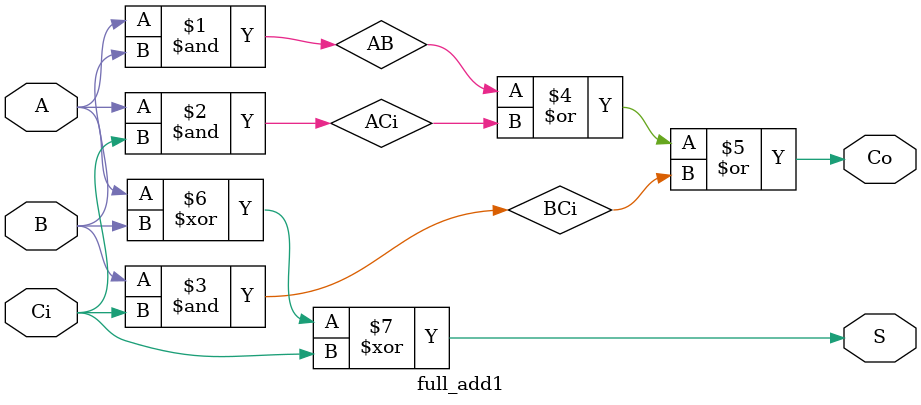
<source format=v>

module full_add1(A,B,Ci,Co,S);
  input A,B,Ci; //A,B,Ci 一位元輸入
  output Co,S;  //S和Ci 進位
  
  and(AB,A,B);
  and(ACi,A,Ci);
  and(BCi,B,Ci);
  or(Co,AB,ACi,BCi);
  xor(S,A,B,Ci);

endmodule
</source>
